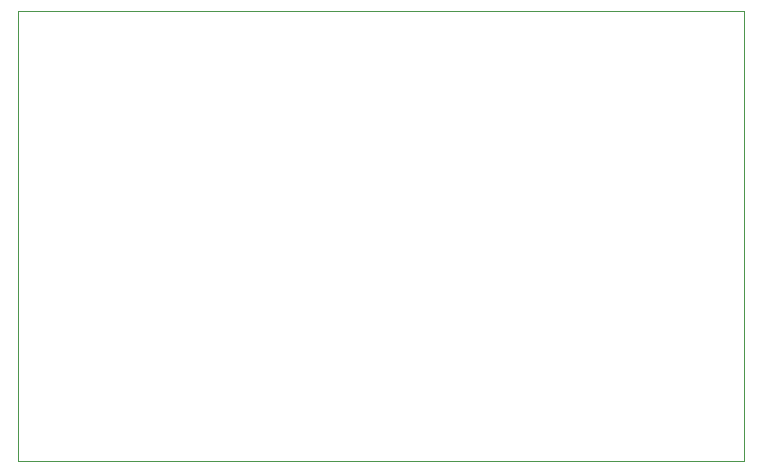
<source format=gbr>
G04 #@! TF.GenerationSoftware,KiCad,Pcbnew,(5.1.5)-3*
G04 #@! TF.CreationDate,2020-03-09T14:50:02-07:00*
G04 #@! TF.ProjectId,PA Rev 4.1,50412052-6576-4203-942e-312e6b696361,rev?*
G04 #@! TF.SameCoordinates,Original*
G04 #@! TF.FileFunction,Profile,NP*
%FSLAX46Y46*%
G04 Gerber Fmt 4.6, Leading zero omitted, Abs format (unit mm)*
G04 Created by KiCad (PCBNEW (5.1.5)-3) date 2020-03-09 14:50:02*
%MOMM*%
%LPD*%
G04 APERTURE LIST*
%ADD10C,0.050000*%
G04 APERTURE END LIST*
D10*
X35560000Y-100076000D02*
X35560000Y-61976000D01*
X97028000Y-100076000D02*
X35560000Y-100076000D01*
X97028000Y-61976000D02*
X97028000Y-100076000D01*
X35560000Y-61976000D02*
X97028000Y-61976000D01*
M02*

</source>
